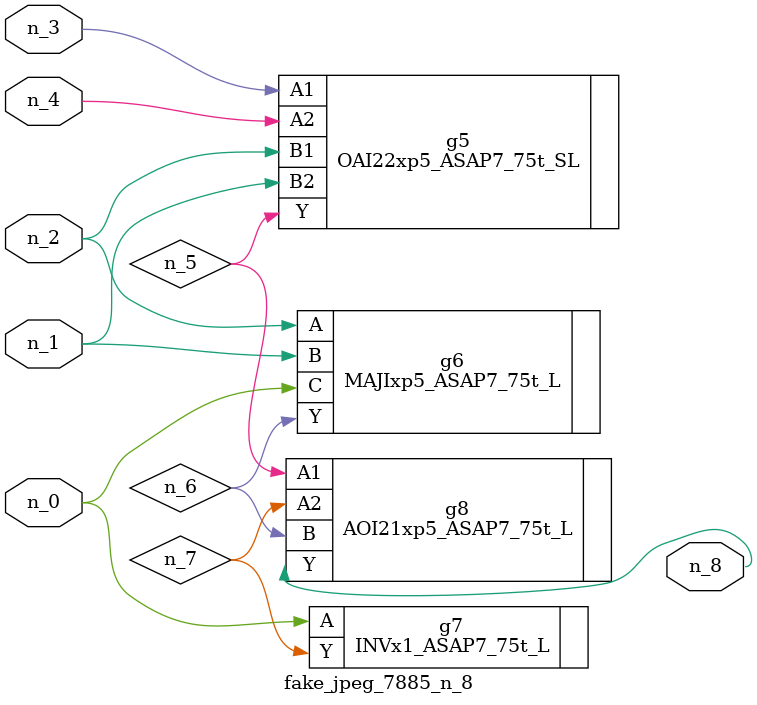
<source format=v>
module fake_jpeg_7885_n_8 (n_3, n_2, n_1, n_0, n_4, n_8);

input n_3;
input n_2;
input n_1;
input n_0;
input n_4;

output n_8;

wire n_6;
wire n_5;
wire n_7;

OAI22xp5_ASAP7_75t_SL g5 ( 
.A1(n_3),
.A2(n_4),
.B1(n_2),
.B2(n_1),
.Y(n_5)
);

MAJIxp5_ASAP7_75t_L g6 ( 
.A(n_2),
.B(n_1),
.C(n_0),
.Y(n_6)
);

INVx1_ASAP7_75t_L g7 ( 
.A(n_0),
.Y(n_7)
);

AOI21xp5_ASAP7_75t_L g8 ( 
.A1(n_5),
.A2(n_7),
.B(n_6),
.Y(n_8)
);


endmodule
</source>
